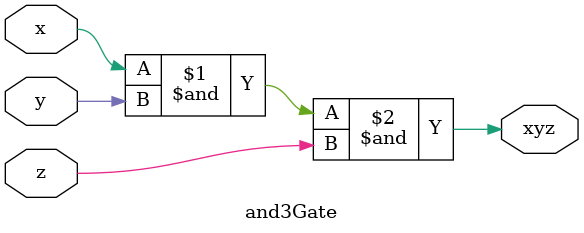
<source format=v>
`timescale 1ns/1ns

module and3Gate(
    output xyz,
    input x,
    input y,
    input z
);
    and #(7ns) (xyz,x,y,z);
endmodule

</source>
